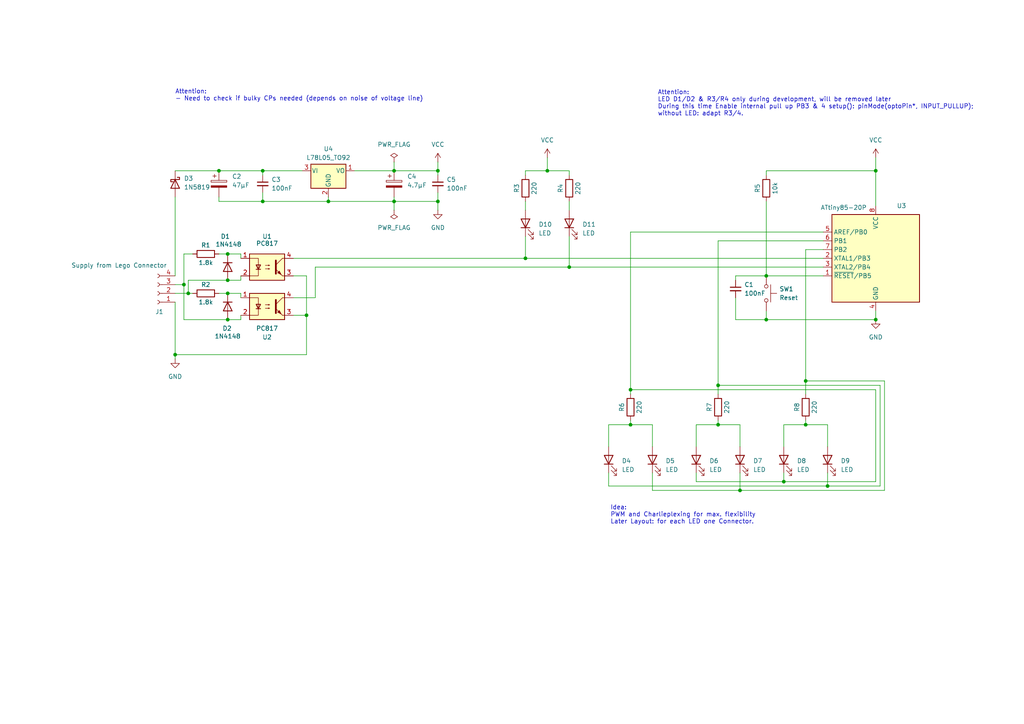
<source format=kicad_sch>
(kicad_sch (version 20231120) (generator "eeschema") (generator_version "8.0")
  (paper "A4")
  (title_block (title "DenshaBekutoru 電車ベクトル (Train Vector)") (date "2025-11-10") (rev "#001") (company "ToGo-Lab") (comment 1 "- https://togo-lab.io/") (comment 2 "- Email: tgohle@togo-lab.io") (comment 3 "Thomas Gohle"))
  (lib_symbols
    (symbol "Connector:Conn_01x04_Socket" (pin_names (offset 1.016) hide)
      (property "Reference" "J" (at 0 5.08 0))
      (property "Value" "Conn_01x04_Socket" (at 0 -7.62 0))
      (symbol "Conn_01x04_Socket_1_1"
        (arc (start 0 -4.572) (mid -0.5058 -5.08) (end 0 -5.588) (stroke (width 0.1524)))
        (arc (start 0 -2.032) (mid -0.5058 -2.54) (end 0 -3.048) (stroke (width 0.1524)))
        (polyline (pts (xy -1.27 -5.08) (xy -0.508 -5.08)) (stroke (width 0.1524)))
        (polyline (pts (xy -1.27 -2.54) (xy -0.508 -2.54)) (stroke (width 0.1524)))
        (polyline (pts (xy -1.27 0) (xy -0.508 0)) (stroke (width 0.1524)))
        (polyline (pts (xy -1.27 2.54) (xy -0.508 2.54)) (stroke (width 0.1524)))
        (arc (start 0 0.508) (mid -0.5058 0) (end 0 -0.508) (stroke (width 0.1524)))
        (arc (start 0 3.048) (mid -0.5058 2.54) (end 0 2.032) (stroke (width 0.1524)))
        (pin passive line (at -5.08 2.54 0) (length 3.81) (name "Pin_1") (number "1"))
        (pin passive line (at -5.08 0 0) (length 3.81) (name "Pin_2") (number "2"))
        (pin passive line (at -5.08 -2.54 0) (length 3.81) (name "Pin_3") (number "3"))
        (pin passive line (at -5.08 -5.08 0) (length 3.81) (name "Pin_4") (number "4"))
      )
    )
    (symbol "Device:C_Polarized" (pin_numbers hide) (pin_names (offset 0.254))
      (property "Reference" "C" (at 0.635 2.54 0))
      (property "Value" "C_Polarized" (at 0.635 -2.54 0))
      (symbol "C_Polarized_0_1"
        (rectangle (start -2.286 0.508) (end 2.286 1.016))
        (polyline (pts (xy -1.778 2.286) (xy -0.762 2.286)))
        (polyline (pts (xy -1.27 2.794) (xy -1.27 1.778)))
        (rectangle (start 2.286 -0.508) (end -2.286 -1.016) (fill (type outline)))
      )
      (symbol "C_Polarized_1_1"
        (pin passive line (at 0 3.81 270) (length 2.794) (name "~") (number "1"))
        (pin passive line (at 0 -3.81 90) (length 2.794) (name "~") (number "2"))
      )
    )
    (symbol "Device:C_Small" (pin_numbers hide) (pin_names (offset 0.254) hide)
      (property "Reference" "C" (at 0.254 1.778 0))
      (property "Value" "C_Small" (at 0.254 -2.032 0))
      (symbol "C_Small_0_1"
        (polyline (pts (xy -1.524 -0.508) (xy 1.524 -0.508)) (stroke (width 0.3302)))
        (polyline (pts (xy -1.524 0.508) (xy 1.524 0.508)) (stroke (width 0.3048)))
      )
      (symbol "C_Small_1_1"
        (pin passive line (at 0 2.54 270) (length 2.032) (name "~") (number "1"))
        (pin passive line (at 0 -2.54 90) (length 2.032) (name "~") (number "2"))
      )
    )
    (symbol "Device:LED" (pin_numbers hide) (pin_names (offset 1.016) hide)
      (property "Reference" "D" (at 0 2.54 0))
      (property "Value" "LED" (at 0 -2.54 0))
      (symbol "LED_0_1"
        (polyline (pts (xy -1.27 -1.27) (xy -1.27 1.27)) (stroke (width 0.254)))
        (polyline (pts (xy -1.27 0) (xy 1.27 0)))
        (polyline (pts (xy 1.27 -1.27) (xy 1.27 1.27) (xy -1.27 0) (xy 1.27 -1.27)) (stroke (width 0.254)))
        (polyline (pts (xy -3.048 -0.762) (xy -4.572 -2.286) (xy -3.81 -2.286) (xy -4.572 -2.286) (xy -4.572 -1.524)))
        (polyline (pts (xy -1.778 -0.762) (xy -3.302 -2.286) (xy -2.54 -2.286) (xy -3.302 -2.286) (xy -3.302 -1.524)))
      )
      (symbol "LED_1_1"
        (pin passive line (at -3.81 0 0) (length 2.54) (name "K") (number "1"))
        (pin passive line (at 3.81 0 180) (length 2.54) (name "A") (number "2"))
      )
    )
    (symbol "Device:R" (pin_numbers hide) (pin_names (offset 0))
      (property "Reference" "R" (at 2.032 0 90))
      (property "Value" "R" (at 0 0 90))
      (symbol "R_0_1"
        (rectangle (start -1.016 -2.54) (end 1.016 2.54) (stroke (width 0.254)))
      )
      (symbol "R_1_1"
        (pin passive line (at 0 3.81 270) (length 1.27) (name "~") (number "1"))
        (pin passive line (at 0 -3.81 90) (length 1.27) (name "~") (number "2"))
      )
    )
    (symbol "Diode:1N4148" (pin_numbers hide) (pin_names hide)
      (property "Reference" "D" (at 0 2.54 0))
      (property "Value" "1N4148" (at 0 -2.54 0))
      (symbol "1N4148_0_1"
        (polyline (pts (xy -1.27 1.27) (xy -1.27 -1.27)) (stroke (width 0.254)))
        (polyline (pts (xy 1.27 0) (xy -1.27 0)))
        (polyline (pts (xy 1.27 1.27) (xy 1.27 -1.27) (xy -1.27 0) (xy 1.27 1.27)) (stroke (width 0.254)))
      )
      (symbol "1N4148_1_1"
        (pin passive line (at -3.81 0 0) (length 2.54) (name "K") (number "1"))
        (pin passive line (at 3.81 0 180) (length 2.54) (name "A") (number "2"))
      )
    )
    (symbol "Diode:1N5819" (pin_numbers hide) (pin_names (offset 1.016) hide)
      (property "Reference" "D" (at 0 2.54 0))
      (property "Value" "1N5819" (at 0 -2.54 0))
      (symbol "1N5819_0_1"
        (polyline (pts (xy 1.27 0) (xy -1.27 0)))
        (polyline (pts (xy 1.27 1.27) (xy 1.27 -1.27) (xy -1.27 0) (xy 1.27 1.27)) (stroke (width 0.254)))
        (polyline (pts (xy -1.905 0.635) (xy -1.905 1.27) (xy -1.27 1.27) (xy -1.27 -1.27) (xy -0.635 -1.27) (xy -0.635 -0.635)) (stroke (width 0.254)))
      )
      (symbol "1N5819_1_1"
        (pin passive line (at -3.81 0 0) (length 2.54) (name "K") (number "1"))
        (pin passive line (at 3.81 0 180) (length 2.54) (name "A") (number "2"))
      )
    )
    (symbol "Isolator:PC817" (pin_names (offset 1.016))
      (property "Reference" "U" (at -5.08 5.08 0))
      (property "Value" "PC817" (at 0 5.08 0))
      (symbol "PC817_0_1"
        (rectangle (start -5.08 3.81) (end 5.08 -3.81) (stroke (width 0.254)) (fill (type background)))
        (polyline (pts (xy -3.175 -0.635) (xy -1.905 -0.635)) (stroke (width 0.254)))
        (polyline (pts (xy 2.54 0.635) (xy 4.445 2.54)))
        (polyline (pts (xy 4.445 -2.54) (xy 2.54 -0.635)) (fill (type outline)))
        (polyline (pts (xy 4.445 -2.54) (xy 5.08 -2.54)))
        (polyline (pts (xy 4.445 2.54) (xy 5.08 2.54)))
        (polyline (pts (xy -5.08 2.54) (xy -2.54 2.54) (xy -2.54 -0.635)))
        (polyline (pts (xy -2.54 -0.635) (xy -2.54 -2.54) (xy -5.08 -2.54)))
        (polyline (pts (xy 2.54 1.905) (xy 2.54 -1.905) (xy 2.54 -1.905)) (stroke (width 0.508)))
        (polyline (pts (xy -2.54 -0.635) (xy -3.175 0.635) (xy -1.905 0.635) (xy -2.54 -0.635)) (stroke (width 0.254)))
        (polyline (pts (xy -0.508 -0.508) (xy 0.762 -0.508) (xy 0.381 -0.635) (xy 0.381 -0.381) (xy 0.762 -0.508)))
        (polyline (pts (xy -0.508 0.508) (xy 0.762 0.508) (xy 0.381 0.381) (xy 0.381 0.635) (xy 0.762 0.508)))
        (polyline (pts (xy 3.048 -1.651) (xy 3.556 -1.143) (xy 4.064 -2.159) (xy 3.048 -1.651) (xy 3.048 -1.651)) (fill (type outline)))
      )
      (symbol "PC817_1_1"
        (pin passive line (at -7.62 2.54 0) (length 2.54) (name "~") (number "1"))
        (pin passive line (at -7.62 -2.54 0) (length 2.54) (name "~") (number "2"))
        (pin passive line (at 7.62 -2.54 180) (length 2.54) (name "~") (number "3"))
        (pin passive line (at 7.62 2.54 180) (length 2.54) (name "~") (number "4"))
      )
    )
    (symbol "MCU_Microchip_ATtiny:ATtiny85-20P"
      (property "Reference" "U" (at -12.7 13.97 0))
      (property "Value" "ATtiny85-20P" (at 2.54 -13.97 0))
      (symbol "ATtiny85-20P_0_1"
        (rectangle (start -12.7 -12.7) (end 12.7 12.7) (stroke (width 0.254)) (fill (type background)))
      )
      (symbol "ATtiny85-20P_1_1"
        (pin bidirectional line (at 15.24 -5.08 180) (length 2.54) (name "~{RESET}/PB5") (number "1"))
        (pin bidirectional line (at 15.24 0 180) (length 2.54) (name "XTAL1/PB3") (number "2"))
        (pin bidirectional line (at 15.24 -2.54 180) (length 2.54) (name "XTAL2/PB4") (number "3"))
        (pin power_in line (at 0 -15.24 90) (length 2.54) (name "GND") (number "4"))
        (pin bidirectional line (at 15.24 7.62 180) (length 2.54) (name "AREF/PB0") (number "5"))
        (pin bidirectional line (at 15.24 5.08 180) (length 2.54) (name "PB1") (number "6"))
        (pin bidirectional line (at 15.24 2.54 180) (length 2.54) (name "PB2") (number "7"))
        (pin power_in line (at 0 15.24 270) (length 2.54) (name "VCC") (number "8"))
      )
    )
    (symbol "Regulator_Linear:L78L05_TO92" (pin_names (offset 0.254))
      (property "Reference" "U" (at -3.81 3.175 0))
      (property "Value" "L78L05_TO92" (at 0 3.175 0))
      (symbol "L78L05_TO92_0_1"
        (rectangle (start -5.08 -5.08) (end 5.08 1.905) (stroke (width 0.254)) (fill (type background)))
      )
      (symbol "L78L05_TO92_1_1"
        (pin power_out line (at 7.62 0 180) (length 2.54) (name "VO") (number "1"))
        (pin power_in line (at 0 -7.62 90) (length 2.54) (name "GND") (number "2"))
        (pin power_in line (at -7.62 0 0) (length 2.54) (name "VI") (number "3"))
      )
    )
    (symbol "Switch:SW_Push" (pin_numbers hide) (pin_names (offset 1.016) hide)
      (property "Reference" "SW" (at 1.27 2.54 0))
      (property "Value" "SW_Push" (at 0 -1.524 0))
      (symbol "SW_Push_0_1"
        (circle (center -2.032 0) (radius 0.508))
        (polyline (pts (xy 0 1.27) (xy 0 3.048)))
        (polyline (pts (xy 2.54 1.27) (xy -2.54 1.27)))
        (circle (center 2.032 0) (radius 0.508))
        (pin passive line (at -5.08 0 0) (length 2.54) (name "1") (number "1"))
        (pin passive line (at 5.08 0 180) (length 2.54) (name "2") (number "2"))
      )
    )
    (symbol "power:GND" (power) (pin_numbers hide) (pin_names (offset 0) hide)
      (property "Value" "GND" (at 0 -3.81 0))
      (symbol "GND_0_1"
        (polyline (pts (xy 0 0) (xy 0 -1.27) (xy 1.27 -1.27) (xy 0 -2.54) (xy -1.27 -1.27) (xy 0 -1.27)))
      )
      (symbol "GND_1_1"
        (pin power_in line (at 0 0 270) (length 0) (name "~") (number "1"))
      )
    )
    (symbol "power:PWR_FLAG" (power) (pin_numbers hide) (pin_names (offset 0) hide)
      (property "Value" "PWR_FLAG" (at 0 3.81 0))
      (symbol "PWR_FLAG_0_0"
        (pin power_out line (at 0 0 90) (length 0) (name "~") (number "1"))
      )
      (symbol "PWR_FLAG_0_1"
        (polyline (pts (xy 0 0) (xy 0 1.27) (xy -1.016 1.905) (xy 0 2.54) (xy 1.016 1.905) (xy 0 1.27)))
      )
    )
    (symbol "power:VCC" (power) (pin_numbers hide) (pin_names (offset 0) hide)
      (property "Value" "VCC" (at 0 3.556 0))
      (symbol "VCC_0_1"
        (polyline (pts (xy -0.762 1.27) (xy 0 2.54)))
        (polyline (pts (xy 0 0) (xy 0 2.54)))
        (polyline (pts (xy 0 2.54) (xy 0.762 1.27)))
      )
      (symbol "VCC_1_1"
        (pin power_in line (at 0 0 90) (length 0) (name "~") (number "1"))
      )
    )
  )
  (junction (at 50.8 102.87))
  (junction (at 152.4 74.93))
  (junction (at 233.68 123.19))
  (junction (at 53.34 82.55))
  (junction (at 88.9 91.44))
  (junction (at 222.25 80.01))
  (junction (at 208.28 111.76))
  (junction (at 63.5 49.53))
  (junction (at 76.2 49.53))
  (junction (at 208.28 123.19))
  (junction (at 254 49.53))
  (junction (at 66.04 92.71))
  (junction (at 54.61 85.09))
  (junction (at 182.88 113.03))
  (junction (at 165.1 77.47))
  (junction (at 127 58.42))
  (junction (at 214.63 142.24))
  (junction (at 76.2 58.42))
  (junction (at 233.68 110.49))
  (junction (at 227.33 139.7))
  (junction (at 114.3 49.53))
  (junction (at 66.04 73.66))
  (junction (at 66.04 85.09))
  (junction (at 127 49.53))
  (junction (at 182.88 123.19))
  (junction (at 114.3 58.42))
  (junction (at 240.03 140.97))
  (junction (at 222.25 92.71))
  (junction (at 158.75 49.53))
  (junction (at 66.04 81.28))
  (junction (at 95.25 58.42))
  (junction (at 254 92.71))
  (wire (pts (xy 222.25 49.53) (xy 254 49.53)))
  (wire (pts (xy 76.2 55.88) (xy 76.2 58.42)))
  (wire (pts (xy 66.04 81.28) (xy 69.85 81.28)))
  (wire (pts (xy 50.8 49.53) (xy 63.5 49.53)))
  (wire (pts (xy 189.23 137.16) (xy 189.23 142.24)))
  (wire (pts (xy 254 113.03) (xy 254 139.7)))
  (wire (pts (xy 95.25 58.42) (xy 114.3 58.42)))
  (wire (pts (xy 53.34 92.71) (xy 66.04 92.71)))
  (wire (pts (xy 255.27 111.76) (xy 255.27 140.97)))
  (wire (pts (xy 238.76 67.31) (xy 182.88 67.31)))
  (wire (pts (xy 222.25 58.42) (xy 222.25 80.01)))
  (wire (pts (xy 152.4 68.58) (xy 152.4 74.93)))
  (wire (pts (xy 208.28 111.76) (xy 208.28 114.3)))
  (wire (pts (xy 240.03 140.97) (xy 176.53 140.97)))
  (wire (pts (xy 254 90.17) (xy 254 92.71)))
  (wire (pts (xy 233.68 72.39) (xy 233.68 110.49)))
  (wire (pts (xy 201.93 123.19) (xy 201.93 129.54)))
  (wire (pts (xy 102.87 49.53) (xy 114.3 49.53)))
  (wire (pts (xy 69.85 85.09) (xy 69.85 86.36)))
  (wire (pts (xy 233.68 110.49) (xy 233.68 114.3)))
  (wire (pts (xy 63.5 57.15) (xy 63.5 58.42)))
  (wire (pts (xy 91.44 77.47) (xy 91.44 86.36)))
  (wire (pts (xy 66.04 85.09) (xy 69.85 85.09)))
  (wire (pts (xy 95.25 57.15) (xy 95.25 58.42)))
  (wire (pts (xy 85.09 74.93) (xy 152.4 74.93)))
  (wire (pts (xy 165.1 77.47) (xy 238.76 77.47)))
  (wire (pts (xy 54.61 85.09) (xy 54.61 81.28)))
  (wire (pts (xy 213.36 80.01) (xy 213.36 81.28)))
  (wire (pts (xy 63.5 49.53) (xy 76.2 49.53)))
  (wire (pts (xy 63.5 85.09) (xy 66.04 85.09)))
  (wire (pts (xy 238.76 72.39) (xy 233.68 72.39)))
  (wire (pts (xy 201.93 137.16) (xy 201.93 139.7)))
  (wire (pts (xy 222.25 92.71) (xy 254 92.71)))
  (wire (pts (xy 233.68 123.19) (xy 227.33 123.19)))
  (wire (pts (xy 208.28 111.76) (xy 255.27 111.76)))
  (wire (pts (xy 114.3 46.99) (xy 114.3 49.53)))
  (wire (pts (xy 182.88 67.31) (xy 182.88 113.03)))
  (wire (pts (xy 88.9 91.44) (xy 88.9 80.01)))
  (wire (pts (xy 214.63 123.19) (xy 214.63 129.54)))
  (wire (pts (xy 127 46.99) (xy 127 49.53)))
  (wire (pts (xy 50.8 57.15) (xy 50.8 80.01)))
  (wire (pts (xy 53.34 82.55) (xy 53.34 73.66)))
  (wire (pts (xy 189.23 123.19) (xy 189.23 129.54)))
  (wire (pts (xy 85.09 80.01) (xy 88.9 80.01)))
  (wire (pts (xy 69.85 91.44) (xy 69.85 92.71)))
  (wire (pts (xy 66.04 92.71) (xy 69.85 92.71)))
  (wire (pts (xy 182.88 121.92) (xy 182.88 123.19)))
  (wire (pts (xy 54.61 81.28) (xy 66.04 81.28)))
  (wire (pts (xy 50.8 85.09) (xy 54.61 85.09)))
  (wire (pts (xy 114.3 57.15) (xy 114.3 58.42)))
  (wire (pts (xy 88.9 91.44) (xy 88.9 102.87)))
  (wire (pts (xy 152.4 50.8) (xy 152.4 49.53)))
  (wire (pts (xy 213.36 80.01) (xy 222.25 80.01)))
  (wire (pts (xy 240.03 123.19) (xy 240.03 129.54)))
  (wire (pts (xy 53.34 82.55) (xy 53.34 92.71)))
  (wire (pts (xy 254 45.72) (xy 254 49.53)))
  (wire (pts (xy 182.88 113.03) (xy 182.88 114.3)))
  (wire (pts (xy 50.8 82.55) (xy 53.34 82.55)))
  (wire (pts (xy 63.5 73.66) (xy 66.04 73.66)))
  (wire (pts (xy 50.8 102.87) (xy 50.8 104.14)))
  (wire (pts (xy 50.8 87.63) (xy 50.8 102.87)))
  (wire (pts (xy 256.54 110.49) (xy 256.54 142.24)))
  (wire (pts (xy 227.33 137.16) (xy 227.33 139.7)))
  (wire (pts (xy 69.85 73.66) (xy 69.85 74.93)))
  (wire (pts (xy 152.4 49.53) (xy 158.75 49.53)))
  (wire (pts (xy 208.28 123.19) (xy 214.63 123.19)))
  (wire (pts (xy 50.8 102.87) (xy 88.9 102.87)))
  (wire (pts (xy 222.25 49.53) (xy 222.25 50.8)))
  (wire (pts (xy 255.27 140.97) (xy 240.03 140.97)))
  (wire (pts (xy 158.75 49.53) (xy 165.1 49.53)))
  (wire (pts (xy 66.04 73.66) (xy 69.85 73.66)))
  (wire (pts (xy 233.68 110.49) (xy 256.54 110.49)))
  (wire (pts (xy 233.68 123.19) (xy 240.03 123.19)))
  (wire (pts (xy 213.36 86.36) (xy 213.36 92.71)))
  (wire (pts (xy 85.09 91.44) (xy 88.9 91.44)))
  (wire (pts (xy 182.88 113.03) (xy 254 113.03)))
  (wire (pts (xy 54.61 85.09) (xy 55.88 85.09)))
  (wire (pts (xy 114.3 49.53) (xy 127 49.53)))
  (wire (pts (xy 214.63 137.16) (xy 214.63 142.24)))
  (wire (pts (xy 165.1 68.58) (xy 165.1 77.47)))
  (wire (pts (xy 201.93 123.19) (xy 208.28 123.19)))
  (wire (pts (xy 214.63 142.24) (xy 189.23 142.24)))
  (wire (pts (xy 222.25 90.17) (xy 222.25 92.71)))
  (wire (pts (xy 182.88 123.19) (xy 176.53 123.19)))
  (wire (pts (xy 53.34 73.66) (xy 55.88 73.66)))
  (wire (pts (xy 176.53 137.16) (xy 176.53 140.97)))
  (wire (pts (xy 63.5 58.42) (xy 76.2 58.42)))
  (wire (pts (xy 213.36 92.71) (xy 222.25 92.71)))
  (wire (pts (xy 238.76 69.85) (xy 208.28 69.85)))
  (wire (pts (xy 152.4 74.93) (xy 238.76 74.93)))
  (wire (pts (xy 208.28 69.85) (xy 208.28 111.76)))
  (wire (pts (xy 165.1 49.53) (xy 165.1 50.8)))
  (wire (pts (xy 76.2 58.42) (xy 95.25 58.42)))
  (wire (pts (xy 240.03 137.16) (xy 240.03 140.97)))
  (wire (pts (xy 152.4 58.42) (xy 152.4 60.96)))
  (wire (pts (xy 208.28 121.92) (xy 208.28 123.19)))
  (wire (pts (xy 233.68 121.92) (xy 233.68 123.19)))
  (wire (pts (xy 76.2 49.53) (xy 87.63 49.53)))
  (wire (pts (xy 127 58.42) (xy 114.3 58.42)))
  (wire (pts (xy 158.75 45.72) (xy 158.75 49.53)))
  (wire (pts (xy 176.53 123.19) (xy 176.53 129.54)))
  (wire (pts (xy 165.1 58.42) (xy 165.1 60.96)))
  (wire (pts (xy 127 55.88) (xy 127 58.42)))
  (wire (pts (xy 76.2 50.8) (xy 76.2 49.53)))
  (wire (pts (xy 227.33 139.7) (xy 201.93 139.7)))
  (wire (pts (xy 227.33 123.19) (xy 227.33 129.54)))
  (wire (pts (xy 165.1 77.47) (xy 91.44 77.47)))
  (wire (pts (xy 256.54 142.24) (xy 214.63 142.24)))
  (wire (pts (xy 127 49.53) (xy 127 50.8)))
  (wire (pts (xy 254 49.53) (xy 254 59.69)))
  (wire (pts (xy 69.85 80.01) (xy 69.85 81.28)))
  (wire (pts (xy 85.09 86.36) (xy 91.44 86.36)))
  (wire (pts (xy 114.3 58.42) (xy 114.3 60.96)))
  (wire (pts (xy 182.88 123.19) (xy 189.23 123.19)))
  (wire (pts (xy 127 58.42) (xy 127 60.96)))
  (wire (pts (xy 222.25 80.01) (xy 238.76 80.01)))
  (wire (pts (xy 254 139.7) (xy 227.33 139.7)))
  (text "Idea:\nPWM and Charlieplexing for max. flexibility\nLater Layout: for each LED one Connector." (at 177.038 149.352 0) (effects (font (size 1.27 1.27)) (justify left)))
  (text "Attention:\nLED D1/D2 & R3/R4 only during development, will be removed later\nDuring this time Enable internal pull up PB3 & 4 setup(): pinMode(optoPin*, INPUT_PULLUP);\nwithout LED: adapt R3/4." (at 190.754 29.972 0) (effects (font (size 1.27 1.27)) (justify left)))
  (text "Attention:\n- Need to check if bulky CPs needed (depends on noise of voltage line)" (at 50.8 27.686 0) (effects (font (size 1.27 1.27)) (justify left)))
  (symbol (lib_id "Device:R") (at 165.1 54.61 180) (unit 1)
    (property "Reference" "R4" (at 162.56 54.61 90))
    (property "Value" "220" (at 167.64 54.61 90))
    (property "Footprint" "Resistor_THT:R_Axial_DIN0204_L3.6mm_D1.6mm_P5.08mm_Horizontal" (effects (hide yes)))
    (property "Description" "Resistor" (effects (hide yes)))
  )
  (symbol (lib_id "power:PWR_FLAG") (at 114.3 46.99 0) (unit 1)
    (property "Reference" "#FLG2" (effects (hide yes)))
    (property "Value" "PWR_FLAG" (at 114.3 41.91 0))
    (property "Description" "Special symbol for telling ERC where power comes from" (effects (hide yes)))
  )
  (symbol (lib_id "Device:R") (at 208.28 118.11 180) (unit 1)
    (property "Reference" "R7" (at 205.74 118.11 90))
    (property "Value" "220" (at 210.82 118.11 90))
    (property "Footprint" "Resistor_THT:R_Axial_DIN0204_L3.6mm_D1.6mm_P5.08mm_Horizontal" (effects (hide yes)))
    (property "Description" "Resistor" (effects (hide yes)))
  )
  (symbol (lib_id "Switch:SW_Push") (at 222.25 85.09 270) (unit 1)
    (property "Reference" "SW1" (at 226.06 83.8199 90) (effects (justify left)))
    (property "Value" "Reset" (at 226.06 86.3599 90) (effects (justify left)))
    (property "Footprint" "Button_Switch_THT:SW_PUSH_6mm" (effects (hide yes)))
    (property "Description" "Push button switch, generic, two pins" (effects (hide yes)))
  )
  (symbol (lib_id "power:GND") (at 254 92.71 0) (unit 1)
    (property "Reference" "#PWR4" (effects (hide yes)))
    (property "Value" "GND" (at 254 97.79 0))
    (property "Description" "Power symbol creates a global label with name \"GND\" , ground" (effects (hide yes)))
  )
  (symbol (lib_id "Device:LED") (at 176.53 133.35 90) (unit 1)
    (property "Reference" "D4" (at 180.34 133.6674 90) (effects (justify right)))
    (property "Value" "LED" (at 180.34 136.2074 90) (effects (justify right)))
    (property "Footprint" "LED_THT:LED_D5.0mm" (effects (hide yes)))
    (property "Description" "Light emitting diode" (effects (hide yes)))
  )
  (symbol (lib_id "Device:LED") (at 214.63 133.35 90) (unit 1)
    (property "Reference" "D7" (at 218.44 133.6674 90) (effects (justify right)))
    (property "Value" "LED" (at 218.44 136.2074 90) (effects (justify right)))
    (property "Footprint" "LED_THT:LED_D5.0mm" (effects (hide yes)))
    (property "Description" "Light emitting diode" (effects (hide yes)))
  )
  (symbol (lib_id "Diode:1N5819") (at 50.8 53.34 270) (unit 1)
    (property "Reference" "D3" (at 53.34 51.7524 90) (effects (justify left)))
    (property "Value" "1N5819" (at 53.34 54.2924 90) (effects (justify left)))
    (property "Footprint" "Diode_THT:D_DO-41_SOD81_P10.16mm_Horizontal" (effects (hide yes)))
    (property "Datasheet" "http://www.vishay.com/docs/88525/1n5817.pdf" (effects (hide yes)))
    (property "Description" "40V 1A Schottky Barrier Rectifier Diode, DO-41" (effects (hide yes)))
  )
  (symbol (lib_id "Device:R") (at 222.25 54.61 180) (unit 1)
    (property "Reference" "R5" (at 219.71 54.61 90))
    (property "Value" "10k" (at 224.79 54.61 90))
    (property "Footprint" "Resistor_THT:R_Axial_DIN0204_L3.6mm_D1.6mm_P5.08mm_Horizontal" (effects (hide yes)))
    (property "Description" "Resistor" (effects (hide yes)))
  )
  (symbol (lib_id "Regulator_Linear:L78L05_TO92") (at 95.25 49.53 0) (unit 1)
    (property "Reference" "U4" (at 95.25 43.18 0))
    (property "Value" "L78L05_TO92" (at 95.25 45.72 0))
    (property "Footprint" "Package_TO_SOT_THT:TO-92_Inline" (effects (hide yes)))
    (property "Datasheet" "http://www.st.com/content/ccc/resource/technical/document/datasheet/15/55/e5/aa/23/5b/43/fd/CD00000446.pdf/files/CD00000446.pdf/jcr:content/translations/en.CD00000446.pdf" (effects (hide yes)))
    (property "Description" "Positive 100mA 30V Linear Regulator, Fixed Output 5V, TO-92" (effects (hide yes)))
  )
  (symbol (lib_id "Diode:1N4148") (at 66.04 88.9 270) (unit 1)
    (property "Reference" "D2" (at 64.516 95.25 90) (effects (justify left)))
    (property "Value" "1N4148" (at 62.23 97.536 90) (effects (justify left)))
    (property "Footprint" "Diode_THT:D_DO-41_SOD81_P7.62mm_Horizontal" (effects (hide yes)))
    (property "Datasheet" "https://assets.nexperia.com/documents/data-sheet/1N4148_1N4448.pdf" (effects (hide yes)))
    (property "Description" "100V 0.15A standard switching diode, DO-35" (effects (hide yes)))
    (property "Sim.Device" "D" (effects (hide yes)))
    (property "Sim.Pins" "1=K 2=A" (effects (hide yes)))
  )
  (symbol (lib_id "Device:C_Small") (at 213.36 83.82 0) (unit 1)
    (property "Reference" "C1" (at 215.9 82.5562 0) (effects (justify left)))
    (property "Value" "100nF" (at 215.9 85.0962 0) (effects (justify left)))
    (property "Footprint" "Capacitor_THT:C_Disc_D3.0mm_W1.6mm_P2.50mm" (effects (hide yes)))
    (property "Description" "Unpolarized capacitor, small symbol" (effects (hide yes)))
  )
  (symbol (lib_id "Device:R") (at 59.69 85.09 90) (unit 1)
    (property "Reference" "R2" (at 59.69 82.55 90))
    (property "Value" "1.8k" (at 59.69 87.63 90))
    (property "Footprint" "Resistor_THT:R_Axial_DIN0207_L6.3mm_D2.5mm_P2.54mm_Vertical" (effects (hide yes)))
    (property "Description" "Resistor" (effects (hide yes)))
  )
  (symbol (lib_id "power:GND") (at 127 60.96 0) (unit 1)
    (property "Reference" "#PWR5" (effects (hide yes)))
    (property "Value" "GND" (at 127 66.04 0))
    (property "Description" "Power symbol creates a global label with name \"GND\" , ground" (effects (hide yes)))
  )
  (symbol (lib_id "power:VCC") (at 254 45.72 0) (unit 1)
    (property "Reference" "#PWR8" (effects (hide yes)))
    (property "Value" "VCC" (at 254 40.64 0))
    (property "Description" "Power symbol creates a global label with name \"VCC\"" (effects (hide yes)))
  )
  (symbol (lib_id "Device:R") (at 59.69 73.66 90) (unit 1)
    (property "Reference" "R1" (at 59.69 71.12 90))
    (property "Value" "1.8k" (at 59.69 76.2 90))
    (property "Footprint" "Resistor_THT:R_Axial_DIN0207_L6.3mm_D2.5mm_P2.54mm_Vertical" (effects (hide yes)))
    (property "Description" "Resistor" (effects (hide yes)))
  )
  (symbol (lib_id "power:VCC") (at 158.75 45.72 0) (unit 1)
    (property "Reference" "#PWR9" (effects (hide yes)))
    (property "Value" "VCC" (at 158.75 40.64 0))
    (property "Description" "Power symbol creates a global label with name \"VCC\"" (effects (hide yes)))
  )
  (symbol (lib_id "Isolator:PC817") (at 77.47 77.47 0) (unit 1)
    (property "Reference" "U1" (at 77.47 68.58 0))
    (property "Value" "PC817" (at 77.47 70.612 0))
    (property "Footprint" "Package_DIP:DIP-4_W7.62mm" (effects (hide yes)))
    (property "Datasheet" "http://www.soselectronic.cz/a_info/resource/d/pc817.pdf" (effects (hide yes)))
    (property "Description" "DC Optocoupler, Vce 35V, CTR 50-300%, DIP-4" (effects (hide yes)))
  )
  (symbol (lib_id "Isolator:PC817") (at 77.47 88.9 0) (unit 1)
    (property "Reference" "U2" (at 77.47 97.79 0))
    (property "Value" "PC817" (at 77.47 95.25 0))
    (property "Footprint" "Package_DIP:DIP-4_W7.62mm" (effects (hide yes)))
    (property "Datasheet" "http://www.soselectronic.cz/a_info/resource/d/pc817.pdf" (effects (hide yes)))
    (property "Description" "DC Optocoupler, Vce 35V, CTR 50-300%, DIP-4" (effects (hide yes)))
  )
  (symbol (lib_id "power:GND") (at 50.8 104.14 0) (unit 1)
    (property "Reference" "#PWR7" (effects (hide yes)))
    (property "Value" "GND" (at 50.8 109.22 0))
    (property "Description" "Power symbol creates a global label with name \"GND\" , ground" (effects (hide yes)))
  )
  (symbol (lib_id "power:VCC") (at 127 46.99 0) (unit 1)
    (property "Reference" "#PWR6" (effects (hide yes)))
    (property "Value" "VCC" (at 127 41.91 0))
    (property "Description" "Power symbol creates a global label with name \"VCC\"" (effects (hide yes)))
  )
  (symbol (lib_id "Device:R") (at 182.88 118.11 180) (unit 1)
    (property "Reference" "R6" (at 180.34 118.11 90))
    (property "Value" "220" (at 185.42 118.11 90))
    (property "Footprint" "Resistor_THT:R_Axial_DIN0204_L3.6mm_D1.6mm_P5.08mm_Horizontal" (effects (hide yes)))
    (property "Description" "Resistor" (effects (hide yes)))
  )
  (symbol (lib_id "Device:C_Small") (at 127 53.34 0) (unit 1)
    (property "Reference" "C5" (at 129.54 52.0762 0) (effects (justify left)))
    (property "Value" "100nF" (at 129.54 54.6162 0) (effects (justify left)))
    (property "Footprint" "Capacitor_THT:C_Disc_D3.0mm_W1.6mm_P2.50mm" (effects (hide yes)))
    (property "Description" "Unpolarized capacitor, small symbol" (effects (hide yes)))
  )
  (symbol (lib_id "Device:R") (at 233.68 118.11 180) (unit 1)
    (property "Reference" "R8" (at 231.14 118.11 90))
    (property "Value" "220" (at 236.22 118.11 90))
    (property "Footprint" "Resistor_THT:R_Axial_DIN0204_L3.6mm_D1.6mm_P5.08mm_Horizontal" (effects (hide yes)))
    (property "Description" "Resistor" (effects (hide yes)))
  )
  (symbol (lib_id "Device:C_Polarized") (at 63.5 53.34 0) (unit 1)
    (property "Reference" "C2" (at 67.31 51.1809 0) (effects (justify left)))
    (property "Value" "47µF" (at 67.31 53.7209 0) (effects (justify left)))
    (property "Footprint" "Capacitor_THT:CP_Radial_D8.0mm_P2.50mm" (effects (hide yes)))
    (property "Description" "Polarized capacitor" (effects (hide yes)))
  )
  (symbol (lib_id "power:PWR_FLAG") (at 114.3 60.96 180) (unit 1)
    (property "Reference" "#FLG1" (effects (hide yes)))
    (property "Value" "PWR_FLAG" (at 114.3 66.04 0))
    (property "Description" "Special symbol for telling ERC where power comes from" (effects (hide yes)))
  )
  (symbol (lib_id "Device:LED") (at 165.1 64.77 90) (unit 1)
    (property "Reference" "D11" (at 168.91 65.0874 90) (effects (justify right)))
    (property "Value" "LED" (at 168.91 67.6274 90) (effects (justify right)))
    (property "Footprint" "LED_THT:LED_D5.0mm" (effects (hide yes)))
    (property "Description" "Light emitting diode" (effects (hide yes)))
  )
  (symbol (lib_id "Device:LED") (at 227.33 133.35 90) (unit 1)
    (property "Reference" "D8" (at 231.14 133.6674 90) (effects (justify right)))
    (property "Value" "LED" (at 231.14 136.2074 90) (effects (justify right)))
    (property "Footprint" "LED_THT:LED_D5.0mm" (effects (hide yes)))
    (property "Description" "Light emitting diode" (effects (hide yes)))
  )
  (symbol (lib_id "Device:LED") (at 152.4 64.77 90) (unit 1)
    (property "Reference" "D10" (at 156.21 65.0874 90) (effects (justify right)))
    (property "Value" "LED" (at 156.21 67.6274 90) (effects (justify right)))
    (property "Footprint" "LED_THT:LED_D5.0mm" (effects (hide yes)))
    (property "Description" "Light emitting diode" (effects (hide yes)))
  )
  (symbol (lib_id "Device:C_Polarized") (at 114.3 53.34 0) (unit 1)
    (property "Reference" "C4" (at 118.11 51.1809 0) (effects (justify left)))
    (property "Value" "4.7µF" (at 118.11 53.7209 0) (effects (justify left)))
    (property "Footprint" "Capacitor_THT:CP_Radial_D8.0mm_P2.50mm" (effects (hide yes)))
    (property "Description" "Polarized capacitor" (effects (hide yes)))
  )
  (symbol (lib_id "Device:LED") (at 201.93 133.35 90) (unit 1)
    (property "Reference" "D6" (at 205.74 133.6674 90) (effects (justify right)))
    (property "Value" "LED" (at 205.74 136.2074 90) (effects (justify right)))
    (property "Footprint" "LED_THT:LED_D5.0mm" (effects (hide yes)))
    (property "Description" "Light emitting diode" (effects (hide yes)))
  )
  (symbol (lib_id "Device:LED") (at 189.23 133.35 90) (unit 1)
    (property "Reference" "D5" (at 193.04 133.6674 90) (effects (justify right)))
    (property "Value" "LED" (at 193.04 136.2074 90) (effects (justify right)))
    (property "Footprint" "LED_THT:LED_D5.0mm" (effects (hide yes)))
    (property "Description" "Light emitting diode" (effects (hide yes)))
  )
  (symbol (lib_id "Device:R") (at 152.4 54.61 180) (unit 1)
    (property "Reference" "R3" (at 149.86 54.61 90))
    (property "Value" "220" (at 154.94 54.61 90))
    (property "Footprint" "Resistor_THT:R_Axial_DIN0204_L3.6mm_D1.6mm_P5.08mm_Horizontal" (effects (hide yes)))
    (property "Description" "Resistor" (effects (hide yes)))
  )
  (symbol (lib_id "Device:LED") (at 240.03 133.35 90) (unit 1)
    (property "Reference" "D9" (at 243.84 133.6674 90) (effects (justify right)))
    (property "Value" "LED" (at 243.84 136.2074 90) (effects (justify right)))
    (property "Footprint" "LED_THT:LED_D5.0mm" (effects (hide yes)))
    (property "Description" "Light emitting diode" (effects (hide yes)))
  )
  (symbol (lib_id "Device:C_Small") (at 76.2 53.34 0) (unit 1)
    (property "Reference" "C3" (at 78.74 52.0762 0) (effects (justify left)))
    (property "Value" "100nF" (at 78.74 54.6162 0) (effects (justify left)))
    (property "Footprint" "Capacitor_THT:C_Disc_D3.0mm_W1.6mm_P2.50mm" (effects (hide yes)))
    (property "Description" "Unpolarized capacitor, small symbol" (effects (hide yes)))
  )
  (symbol (lib_id "MCU_Microchip_ATtiny:ATtiny85-20P") (at 254 74.93 0) (mirror y) (unit 1)
    (property "Reference" "U3" (at 260.096 59.69 0) (effects (justify right)))
    (property "Value" "ATtiny85-20P" (at 237.998 60.198 0) (effects (justify right)))
    (property "Footprint" "Package_DIP:DIP-8_W7.62mm" (effects (hide yes)))
    (property "Datasheet" "http://ww1.microchip.com/downloads/en/DeviceDoc/atmel-2586-avr-8-bit-microcontroller-attiny25-attiny45-attiny85_datasheet.pdf" (effects (hide yes)))
    (property "Description" "20MHz, 8kB Flash, 512B SRAM, 512B EEPROM, debugWIRE, DIP-8" (effects (hide yes)))
  )
  (symbol (lib_id "Connector:Conn_01x04_Socket") (at 45.72 85.09 180) (unit 1)
    (property "Reference" "J1" (at 46.228 90.424 0))
    (property "Value" "Supply from Lego Connector" (at 34.544 76.962 0))
    (property "Footprint" "Connector_PinHeader_2.54mm:PinHeader_1x04_P2.54mm_Vertical" (effects (hide yes)))
    (property "Description" "Generic connector, single row, 01x04, script generated" (effects (hide yes)))
  )
  (symbol (lib_id "Diode:1N4148") (at 66.04 77.47 270) (unit 1)
    (property "Reference" "D1" (at 64.008 68.58 90) (effects (justify left)))
    (property "Value" "1N4148" (at 62.484 70.866 90) (effects (justify left)))
    (property "Footprint" "Diode_THT:D_DO-41_SOD81_P7.62mm_Horizontal" (effects (hide yes)))
    (property "Datasheet" "https://assets.nexperia.com/documents/data-sheet/1N4148_1N4448.pdf" (effects (hide yes)))
    (property "Description" "100V 0.15A standard switching diode, DO-35" (effects (hide yes)))
    (property "Sim.Device" "D" (effects (hide yes)))
    (property "Sim.Pins" "1=K 2=A" (effects (hide yes)))
  )
)
</source>
